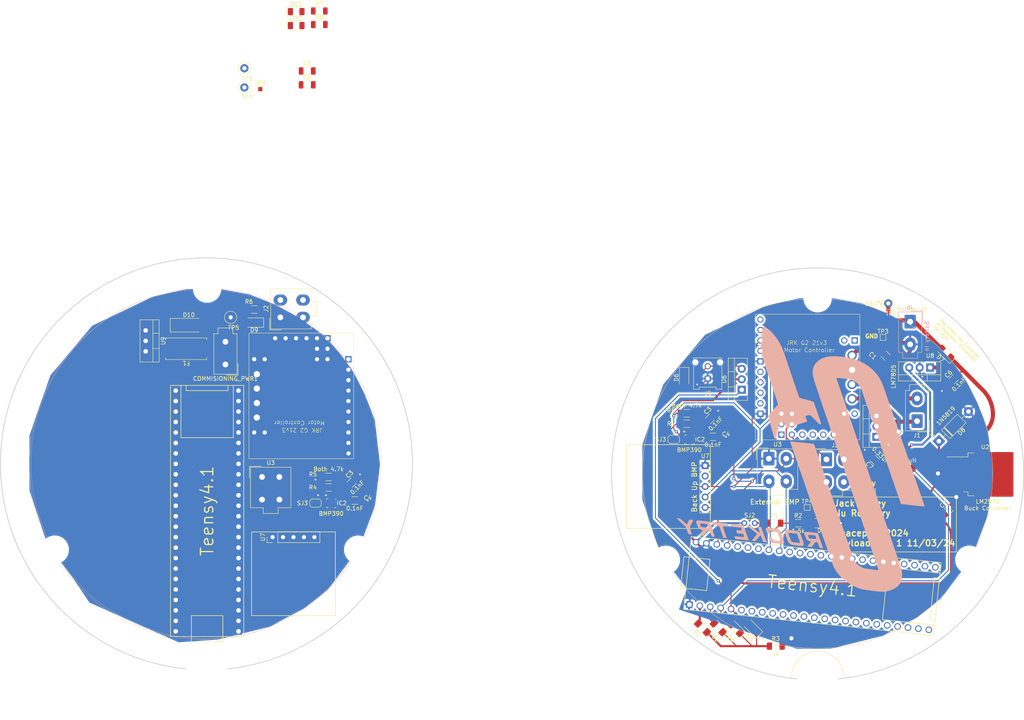
<source format=kicad_pcb>
(kicad_pcb (version 20221018) (generator pcbnew)
  (layers (0 "F.Cu" signal) (31 "B.Cu" signal) (34 "B.Paste" user) (35 "F.Paste" user) (36 "B.SilkS" user "B.Silkscreen") (37 "F.SilkS" user "F.Silkscreen") (38 "B.Mask" user) (39 "F.Mask" user) (44 "Edge.Cuts" user))
  (net 0 "")
  (net 1 "GND")
  (net 2 "+5V")
  (net 3 "Net-(D1-K)")
  (net 4 "Net-(D5-A)")
  (net 5 "Net-(D8-K)")
  (net 6 "Net-(J1-Pin_1)")
  (net 7 "Net-(U1-23_A9_CRX1_MCLK1)")
  (net 43 "Net-(R1-Pad1)")
  (net 54 "Net-(U4-POT)")
  (net 55 "Net-(U4-FBA)")
  (net 56 "Net-(U4-AUX)")
  (net 59 "Net-(J1-Pin_2)")
  (net 60 "Net-(U4-OUTA)")
  (net 61 "/VDDIO")
  (net 62 "/3.3V")
  (net 63 "/SCK{slash}SCL")
  (net 64 "/SDI{slash}SDA")
  (net 65 "Net-(IC2-SDO)")
  (net 69 "/0")
  (net 70 "/1")
  (net 71 "/2")
  (net 72 "/3")
  (net 73 "/12V RAW")
  (net 74 "Net-(D6-K)")
  (net 75 "/12V PROTECTED")
  (net 76 "5V")
  (net 77 "12V_PROT")
  (net 78 "12V_RAW")
  (net 79 "Net-(D9-K)")
  (net 80 "Net-(D10-K)")
  (net 81 "Net-(D11-K)")
  (net 82 "Net-(D12-K)")
  (footprint "NU Teams Footprints:Fuseholder_Littelfuse_Nano2_154x" (layer "F.Cu") (at 74.305 50.8 180)
    (fp_text reference "F1")
    (fp_text value "SMDFuse")
  )
  (footprint "Jumper:SolderJumper-2_P1.3mm_Open_RoundedPad1.0x1.5mm" (layer "F.Cu") (at 105.68 88.265 180)
    (fp_text reference "SJ3")
    (fp_text value "SOLDERJUMPER")
  )
  (footprint "Package_LGA:ST_HLGA-10_2x2mm_P0.5mm_LayoutBorder3x2y" (layer "F.Cu") (at 196.425 72.81 -90)
    (fp_text reference "IC2")
    (fp_text value "BMP390")
  )
  (footprint "" (layer "F.Cu") (at 190.71 102.02)
    (fp_text reference "")
    (fp_text value "")
  )
  (footprint "teensy:Teensy41" (layer "F.Cu") (at 226.27 108.37 -6)
    (fp_text reference "U1" hide)
    (fp_text value "Teensy4.1")
  )
  (footprint "Diode_SMD:D_1206_3216Metric_Pad1.42x1.75mm_HandSolder" (layer "F.Cu") (at 195.155 57.7875 -90)
    (fp_text reference "D6")
    (fp_text value "D")
  )
  (footprint "Package_TO_SOT_THT:TO-220-3_Vertical" (layer "F.Cu") (at 64.46 46.355 -90)
    (fp_text reference "U9")
    (fp_text value "LM7805_TO220")
  )
  (footprint "Connector_PinHeader_2.54mm:PinHeader_1x05_P2.54mm_Vertical" (layer "F.Cu") (at 200.235 79.16)
    (fp_text reference "U7")
    (fp_text value "BMP280_Backup")
  )
  (footprint "LED_SMD:LED_1206_3216Metric" (layer "F.Cu") (at 100.99 -27.63)
    (fp_text reference "D12")
    (fp_text value "5V")
  )
  (footprint "TestPoint:TestPoint_2Pads_Pitch2.54mm_Drill0.8mm" (layer "F.Cu") (at 212.28 93.13 180)
    (fp_text reference "SJ2")
    (fp_text value "SOLDERJUMPER")
  )
  (footprint "Inductor_SMD:L_1206_3216Metric_Pad1.42x1.75mm_HandSolder" (layer "F.Cu") (at 249.13 79.795 180)
    (fp_text reference "L1")
    (fp_text value "330 uH")
  )
  (footprint "Capacitor_SMD:C_1206_3216Metric" (layer "F.Cu") (at 103.66 -13.26)
    (fp_text reference "C8")
    (fp_text value "0.1uF")
  )
  (footprint "Connector_Molex:Molex_Mini-Fit_Jr_5566-02A_2x01_P4.20mm_Vertical" (layer "F.Cu") (at 83.82 54.61 180)
    (fp_text reference "COMMISIONING_PWR1")
    (fp_text value "COMMISIONING_PWR")
  )
  (footprint "MountingHole:MountingHole_6.4mm_M6" (layer "F.Cu") (at 227.54 38.52)
    (fp_text reference "REF**" hide)
    (fp_text value "MountingHole_6.4mm_M6")
  )
  (footprint "SPAC:JRK21V3" (layer "F.Cu") (at 114.935 46.99 180)
    (fp_text reference "U4" hide)
    (fp_text value "Motor_Controller")
  )
  (footprint "Jumper:SolderJumper-2_P1.3mm_Open_RoundedPad1.0x1.5mm" (layer "F.Cu") (at 192.615 72.81 180)
    (fp_text reference "SJ3")
    (fp_text value "SOLDERJUMPER")
  )
  (footprint "LED_SMD:LED_1206_3216Metric" (layer "F.Cu") (at 100.99 -31.02)
    (fp_text reference "D11")
    (fp_text value "12V_PROT")
  )
  (footprint "Resistor_SMD:R_1206_3216Metric" (layer "F.Cu") (at 106.6 -27.88)
    (fp_text reference "R8")
    (fp_text value "500")
  )
  (footprint "" (layer "F.Cu") (at 264.37 102.02)
    (fp_text reference "")
    (fp_text value "")
  )
  (footprint "TestPoint:TestPoint_Pad_1.0x1.0mm" (layer "F.Cu") (at 243.415 48.045)
    (fp_text reference "TP3")
    (fp_text value "GND TestPoint")
  )
  (footprint "LED_SMD:LED_1206_3216Metric" (layer "F.Cu") (at 90.805 44.45 180)
    (fp_text reference "D9")
    (fp_text value "12V_RAW")
  )
  (footprint "Diode_SMD:D_1206_3216Metric_Pad1.42x1.75mm_HandSolder" (layer "F.Cu") (at 199.6 118.53 135)
    (fp_text reference "D1")
    (fp_text value "LED")
  )
  (footprint "Capacitor_SMD:C_1206_3216Metric_Pad1.33x1.80mm_HandSolder" (layer "F.Cu") (at 241.411377 77.791377 135)
    (fp_text reference "C7")
    (fp_text value "330 uF")
  )
  (footprint "TestPoint:TestPoint_Loop_D1.80mm_Drill1.0mm_Beaded" (layer "F.Cu") (at 88.42 -12.62)
    (fp_text reference "TP7")
    (fp_text value "5V")
  )
  (footprint "Resistor_SMD:R_1206_3216Metric_Pad1.30x1.75mm_HandSolder" (layer "F.Cu") (at 217.38 122.975)
    (fp_text reference "R3")
    (fp_text value "1K")
  )
  (footprint "Diode_SMD:D_1206_3216Metric_Pad1.42x1.75mm_HandSolder" (layer "F.Cu") (at 207.636821 118.748179 135)
    (fp_text reference "D3")
    (fp_text value "Motor")
  )
  (footprint "TestPoint:TestPoint_Pad_1.0x1.0mm" (layer "F.Cu") (at 240.875 85.51)
    (fp_text reference "TP2")
    (fp_text value "5V TestPoint")
  )
  (footprint "Resistor_SMD:R_1206_3216Metric" (layer "F.Cu") (at 106.6 -31.17)
    (fp_text reference "R7")
    (fp_text value "1K")
  )
  (footprint "Connector_Molex:Molex_Mini-Fit_Jr_5566-04A_2x02_P4.20mm_Vertical" (layer "F.Cu") (at 215.72 77.47)
    (fp_text reference "U3")
    (fp_text value "BMP280_2")
  )
  (footprint "Connector_Molex:Molex_Mini-Fit_Jr_5566-04A_2x02_P4.20mm_Vertical" (layer "F.Cu") (at 92.71 81.915)
    (fp_text reference "U3")
    (fp_text value "BMP280_2")
  )
  (footprint "Package_LGA:ST_HLGA-10_2x2mm_P0.5mm_LayoutBorder3x2y" (layer "F.Cu") (at 109.49 88.265 -90)
    (fp_text reference "IC2")
    (fp_text value "BMP390")
  )
  (footprint "Diode_SMD:D_1206_3216Metric_Pad1.42x1.75mm_HandSolder" (layer "F.Cu") (at 203.41 118.53 135)
    (fp_text reference "D2")
    (fp_text value "LED")
  )
  (footprint "Connector_Molex:Molex_Mini-Fit_Jr_5566-02A_2x01_P4.20mm_Vertical" (layer "F.Cu") (at 251.67 68.3638 180)
    (fp_text reference "J1")
    (fp_text value "Actuators")
  )
  (footprint "TestPoint:TestPoint_Loop_D1.80mm_Drill1.0mm_Beaded" (layer "F.Cu") (at 85.09 43.18)
    (fp_text reference "TP5")
    (fp_text value "12V_RAW")
  )
  (footprint "Diode_SMD:D_SMA_Handsoldering" (layer "F.Cu") (at 74.93 45.085)
    (fp_text reference "D10")
    (fp_text value "TWGMC-SS34")
  )
  (footprint "SPAC:JRK21V3" (layer "F.Cu") (at 212.4 72.9132)
    (fp_text reference "U4" hide)
    (fp_text value "Motor_Controller")
  )
  (footprint "Package_TO_SOT_THT:TO-220-3_Vertical" (layer "F.Cu") (at 254.845 55.355 180)
    (fp_text reference "U8")
    (fp_text value "LM7805_TO220")
  )
  (footprint "Diode_SMD:D_1206_3216Metric_Pad1.42x1.75mm_HandSolder" (layer "F.Cu") (at 211.665 118.53 135)
    (fp_text reference "D4")
    (fp_text value "Valve")
  )
  (footprint "Diode_SMD:D_1206_3216Metric_Pad1.42x1.75mm_HandSolder" (layer "F.Cu") (at 258.655 51.855 135)
    (fp_text reference "D7")
    (fp_text value "D")
  )
  (footprint "Resistor_SMD:R_1206_3216Metric_Pad1.30x1.75mm_HandSolder" (layer "F.Cu") (at 222.825 93.13)
    (fp_text reference locked "R2")
    (fp_text value "1.5k")
  )
  (footprint "Connector_Molex:Molex_Mini-Fit_Jr_5566-04A_2x02_P4.20mm_Vertical" (layer "F.Cu") (at 229.69 77.6478)
    (fp_text reference "J2")
    (fp_text value "Feedback")
  )
  (footprint "Connector_Molex:Molex_Micro-Fit_3.0_43045-0212_2x01_P3.00mm_Vertical" (layer "F.Cu") (at 200.87 58.03 180)
    (fp_text reference "J5")
    (fp_text value "Solenoid")
  )
  (footprint "Capacitor_SMD:C_1206_3216Metric_Pad1.33x1.80mm_HandSolder" (layer "F.Cu") (at 260.56 58.205 -135)
    (fp_text reference "C6")
    (fp_text value "100 uF")
  )
  (footprint "TestPoint:TestPoint_Pad_1.0x1.0mm" (layer "F.Cu") (at 225 89.32)
    (fp_text reference "TP4")
    (fp_text value "3V TestPoint")
  )
  (footprint "Resistor_SMD:R_1206_3216Metric_Pad1.30x1.75mm_HandSolder" (layer "F.Cu") (at 195.79 69)
    (fp_text reference "R4")
    (fp_text value "4.7k")
  )
  (footprint "Connector_Molex:Molex_Mini-Fit_Jr_5566-04A_2x02_P4.20mm_Vertical" (layer "F.Cu") (at 97.155 43.18 90)
    (fp_text reference "J2")
    (fp_text value "Feedback")
  )
  (footprint "MountingHole:MountingHole_6.4mm_M6" (layer "F.Cu") (at 79.375 36.195)
    (fp_text reference "REF**" hide)
    (fp_text value "MountingHole_6.4mm_M6")
  )
  (footprint "teensy:Teensy41" (layer "F.Cu") (at 79.375 90.17 90)
    (fp_text reference "U1" hide)
    (fp_text value "Teensy4.1")
  )
  (footprint "" (layer "F.Cu") (at 42.38 99.575)
    (fp_text reference "")
    (fp_text value "")
  )
  (footprint "Package_TO_SOT_SMD:TO-263-5_TabPin3" (layer "F.Cu") (at 268.845 81.29)
    (fp_text reference "U2")
    (fp_text value "Buck Converter")
  )
  (footprint "TestPoint:TestPoint_Loop_D1.80mm_Drill1.0mm_Beaded" (layer "F.Cu") (at 88.42 -17.27)
    (fp_text reference "TP6")
    (fp_text value "12V_PROT")
  )
  (footprint "Diode_THT:D_DO-41_SOD81_P10.16mm_Horizontal" (layer "F.Cu") (at 256.967898 73.227103 45)
    (fp_text reference "D8")
    (fp_text value "1N5819")
  )
  (footprint "Resistor_SMD:R_1206_3216Metric" (layer "F.Cu") (at 90.805 41.275 180)
    (fp_text reference "R6")
    (fp_text value "1K")
  )
  (footprint "Connector_PinHeader_2.54mm:PinHeader_1x05_P2.54mm_Vertical" (layer "F.Cu") (at 95.255 96.52 90)
    (fp_text reference "U7")
    (fp_text value "BMP280_Backup")
  )
  (footprint "Resistor_SMD:R_1206_3216Metric_Pad1.30x1.75mm_HandSolder" (layer "F.Cu") (at 195.79 66.46)
    (fp_text reference "R5")
    (fp_text value "4.7k")
  )
  (footprint "Resistor_SMD:R_1206_3216Metric_Pad1.30x1.75mm_HandSolder" (layer "F.Cu") (at 217.015 93.13)
    (fp_text reference locked "R1")
    (fp_text value "1k")
  )
  (footprint "Capacitor_SMD:C_1206_3216Metric_Pad1.33x1.80mm_HandSolder" (layer "F.Cu") (at 259.388623 89.856377 45)
    (fp_text reference "C2")
    (fp_text value "C")
  )
  (footprint "Capacitor_SMD:C_1206_3216Metric_Pad1.33x1.80mm_HandSolder" (layer "F.Cu") (at 244.05 52.49 -45)
    (fp_text reference "C1")
    (fp_text value "C")
  )
  (footprint "Resistor_SMD:R_1206_3216Metric_Pad1.30x1.75mm_HandSolder" (layer "F.Cu") (at 108.855 81.915)
    (fp_text reference "R5")
    (fp_text value "4.7k")
  )
  (footprint "Capacitor_SMD:C_1206_3216Metric_Pad1.33x1.80mm_HandSolder" (layer "F.Cu") (at 115.205 87.63)
    (fp_text reference "C4")
    (fp_text value "0.1nF")
  )
  (footprint "Capacitor_SMD:C_1206_3216Metric_Pad1.33x1.80mm_HandSolder" (layer "F.Cu") (at 202.14 72.175)
    (fp_text reference "C4")
    (fp_text value "0.1nF")
  )
  (footprint "Capacitor_SMD:C_1206_3216Metric" (layer "F.Cu") (at 103.66 -16.61)
    (fp_text reference "C5")
    (fp_text value "0.1uF")
  )
  (footprint "Package_TO_SOT_THT:TO-220-3_Vertical" (layer "F.Cu") (at 241.82 72.175 90)
    (fp_text reference "U5")
    (fp_text value "Mosfet Motor")
  )
  (footprint "Capacitor_SMD:C_1206_3216Metric_Pad1.33x1.80mm_HandSolder" (layer "F.Cu") (at 201.406377 67.828623 -135)
    (fp_text reference "C3")
    (fp_text value "0.1nF")
  )
  (footprint "Package_TO_SOT_THT:TO-220-3_Vertical" (layer "F.Cu") (at 209.125 60.745 90)
    (fp_text reference "U6")
    (fp_text value "Valve Mosfet")
  )
  (footprint "" (layer "F.Cu") (at 79.21 128.15)
    (fp_text reference "")
    (fp_text value "")
  )
  (footprint "MountingHole:MountingHole_8.4mm_M8" (layer "F.Cu") (at 227.54 130.595)
    (fp_text reference "REF**" hide)
    (fp_text value "MountingHole_8.4mm_M8")
  )
  (footprint "Diode_SMD:D_1206_3216Metric_Pad1.42x1.75mm_HandSolder" (layer "F.Cu") (at 228.42 93.13 180)
    (fp_text reference "D5")
    (fp_text value "LED")
  )
  (footprint "Resistor_SMD:R_1206_3216Metric_Pad1.30x1.75mm_HandSolder" (layer "F.Cu") (at 108.855 84.455)
    (fp_text reference "R4")
    (fp_text value "4.7k")
  )
  (footprint "" (layer "F.Cu") (at 116.04 99.575)
    (fp_text reference "")
    (fp_text value "")
  )
  (footprint "TestPoint:TestPoint_Loop_D1.80mm_Drill1.0mm_Beaded" (layer "F.Cu") (at 244.685 39.79)
    (fp_text reference "TP1")
    (fp_text value "12V TestPoint")
  )
  (footprint "Capacitor_SMD:C_1206_3216Metric_Pad1.33x1.80mm_HandSolder" (layer "F.Cu") (at 114.471377 83.283623 -135)
    (fp_text reference "C3")
    (fp_text value "0.1nF")
  )
  (footprint "TestPoint:TestPoint_Pad_1.0x1.0mm" (layer "F.Cu") (at 92.27 -12.21)
    (fp_text reference "TP3")
    (fp_text value "GND TestPoint")
  )
  (footprint "Connector_Molex:Molex_Mini-Fit_Jr_5566-02A_2x01_P4.20mm_Vertical" (layer "B.Cu") (at 249.9936 44.235 180)
    (fp_text reference "J6")
    (fp_text value "Battery In")
  )
  (footprint "LOGO" (layer "B.Cu") (at 225.635 77.255 174)
    (fp_text reference "G***" hide)
    (fp_text value "LOGO" hide)
  )
  (gr_circle (center 227.4638 81.0904) (end 269.9638 81.0904) (stroke (width 0.05)) (fill none) (layer "B.SilkS"))
  (gr_circle (center 78.724962 78.874192) (end 121.224962 78.874192) (stroke (width 0.05)) (fill none) (layer "B.SilkS"))
  (gr_circle (center 79.1338 78.6454) (end 121.6338 78.6454) (stroke (width 0.05)) (fill none) (layer "B.SilkS"))
  (gr_arc (start 221.19 130.595) (mid 227.54 124.245) (end 233.89 130.595) (stroke (width 0.15)) (layer "F.SilkS"))
  (gr_line (start 181.185 74.08) (end 181.185 94.4) (stroke (width 0.15)) (layer "F.SilkS"))
  (gr_line (start 181.185 94.4) (end 201.505 94.4) (stroke (width 0.15)) (layer "F.SilkS"))
  (gr_line (start 90.175 115.57) (end 110.495 115.57) (stroke (width 0.15)) (layer "F.SilkS"))
  (gr_line (start 110.495 95.25) (end 100.335 95.25) (stroke (width 0.15)) (layer "F.SilkS"))
  (gr_line (start 110.495 115.57) (end 110.495 95.25) (stroke (width 0.15)) (layer "F.SilkS"))
  (gr_line (start 201.505 84.24) (end 201.505 74.08) (stroke (width 0.15)) (layer "F.SilkS"))
  (gr_line (start 100.335 95.25) (end 90.175 95.25) (stroke (width 0.15)) (layer "F.SilkS"))
  (gr_circle (center 227.54 81.065) (end 270.04 81.065) (stroke (width 0.05)) (fill none) (layer "F.SilkS"))
  (gr_rect (start 230.715 86.78) (end 261.195 100.115) (stroke (width 0.15)) (fill none) (layer "F.SilkS"))
  (gr_line (start 201.505 94.4) (end 201.505 84.24) (stroke (width 0.15)) (layer "F.SilkS"))
  (gr_line (start 201.505 74.08) (end 181.185 74.08) (stroke (width 0.15)) (layer "F.SilkS"))
  (gr_line (start 90.175 95.25) (end 90.175 115.57) (stroke (width 0.15)) (layer "F.SilkS"))
  (gr_circle (center 79.21 78.74) (end 129.21 78.74) (stroke (width 0.2)) (fill none) (layer "Edge.Cuts"))
  (gr_circle (center 227.54 81.185) (end 277.54 81.185) (stroke (width 0.2)) (fill none) (layer "Edge.Cuts"))
  (gr_text "1.5k" (at 222.825 95.035) (layer "F.SilkS") (effects (font (size 1 1))))
  (gr_text "LM7805" (at 245.955 57.57 90) (layer "F.SilkS") (effects (font (size 1 1))))
  (gr_text "Back Up BMP\n" (at 198.33 90.59 90) (layer "F.SilkS") (effects (font (size 1.2 1.2) (thickness 0.2) bold) (justify left bottom)))
  (gr_text "1k" (at 217.015 95.035) (layer "F.SilkS") (effects (font (size 1 1))))
  (gr_text "5V" (at 239.605 84.24) (layer "F.SilkS") (effects (font (size 1 1) (thickness 0.25) bold) (justify left bottom)))
  (gr_text "1N5819" (at 258.655 67.095 45) (layer "F.SilkS") (effects (font (size 1 1))))
  (gr_text "Use Either the Converter\nor Regulator. Disconnect \nthe other" (at 255.48 45.505 -45) (layer "F.SilkS") (effects (font (size 0.7 0.7)) (justify left bottom)))
  (gr_text "Battery In" (at 246.59 41.695) (layer "F.SilkS") (effects (font (size 1 1)) (justify left bottom)))
  (gr_text "GND\n\n" (at 238.97 49.95) (layer "F.SilkS") (effects (font (size 1 1) (thickness 0.25) bold) (justify left bottom)))
  (gr_text "BMP390" (at 109.49 90.805) (layer "F.SilkS") (effects (font (size 1 1))))
  (gr_text "Jack Fahey\nNu Rocketry\n\nSpaceport 2024 \nPayload Rev 1 11/03/24" (at 231.35 98.845) (layer "F.SilkS") (effects (font (size 1.5 1.5) (thickness 0.3) bold) (justify left bottom)))
  (gr_text "0.1nF" (at 115.84 84.455 45) (layer "F.SilkS") (effects (font (size 1 1))))
  (gr_text "BMP390" (at 196.425 75.35) (layer "F.SilkS") (effects (font (size 1 1))))
  (gr_text "0.1nF" (at 261.83 59.475 45) (layer "F.SilkS") (effects (font (size 1 1))))
  (gr_text "0.33uF" (at 242.78 76.62 315) (layer "F.SilkS") (effects (font (size 1 1))))
  (gr_text "LM2575\nBuck Converter" (at 268.815 88.685) (layer "F.SilkS") (effects (font (size 1 1))))
  (gr_text "External BMP" (at 211.03 88.685) (layer "F.SilkS") (effects (font (size 1.2 1.2) (thickness 0.2) bold) (justify left bottom)))
  (gr_text "Both 4.7k" (at 108.855 80.01) (layer "F.SilkS") (effects (font (size 1 1))))
  (gr_text "0.1nF" (at 202.14 74.08) (layer "F.SilkS") (effects (font (size 1 1))))
  (gr_text "330uH" (at 249.13 77.89) (layer "F.SilkS") (effects (font (size 1 1))))
  (gr_text "0.1nF" (at 202.775 69 45) (layer "F.SilkS") (effects (font (size 1 1))))
  (gr_text "1k" (at 217.38 124.88) (layer "F.SilkS") (effects (font (size 1 1))))
  (gr_text "0.1nF" (at 115.205 89.535) (layer "F.SilkS") (effects (font (size 1 1))))
  (gr_text "3.3V\n" (at 226.27 89.955) (layer "F.SilkS") (effects (font (size 1 1) (thickness 0.25) bold) (justify left bottom)))
  (gr_text "14.7V" (at 238.97 40.425) (layer "F.SilkS") (effects (font (size 1 1) (thickness 0.25) bold) (justify left bottom)))
  (gr_text "Both 4.7k" (at 195.79 64.555) (layer "F.SilkS") (effects (font (size 1 1))))
  (segment (start 198.53 59.275) (end 199.625 59.275) (width 0.25) (layer "F.Cu") (net 1))
  (segment (start 198.33 59.475) (end 198.53 59.275) (width 0.25) (layer "F.Cu") (net 1))
  (segment (start 246.04289 54.48289) (end 244.783623 53.223623) (width 0.5) (layer "F.Cu") (net 1))
  (segment (start 203.1775 72.175) (end 205.315 72.175) (width 0.25) (layer "F.Cu") (net 1))
  (segment (start 108.22 86.36) (end 108.7275 86.8675) (width 0.25) (layer "F.Cu") (net 1))
  (segment (start 229.445 93.13) (end 233.255 93.13) (width 0.25) (layer "F.Cu") (net 1))
  (segment (start 240.437246 76.817246) (end 238.97 75.35) (width 0.5) (layer "F.Cu") (net 1))
  (segment (start 195.155 70.905) (end 195.6625 71.4125) (width 0.25) (layer "F.Cu") (net 1))
  (segment (start 203.41 65.825) (end 202.14 67.095) (width 0.25) (layer "F.Cu") (net 1))
  (segment (start 257.7025 61.0625) (end 259.6075 59.1575) (width 0.5) (layer "F.Cu") (net 1))
  (segment (start 261.195 88.05) (end 261.195 86.78) (width 0.25) (layer "F.Cu") (net 1))
  (segment (start 108.22 87.63) (end 108.5925 87.63) (width 0.1) (layer "F.Cu") (net 1))
  (segment (start 108.7275 86.8675) (end 108.7275 87.765) (width 0.25) (layer "F.Cu") (net 1))
  (segment (start 195.6625 71.4125) (end 195.6625 72.31) (width 0.25) (layer "F.Cu") (net 1))
  (segment (start 195.5275 72.175) (end 195.6625 72.31) (width 0.1) (layer "F.Cu") (net 1))
  (segment (start 260.122246 89.122754) (end 261.195 88.05) (width 0.25) (layer "F.Cu") (net 1))
  (segment (start 243.826436 55.9206) (end 235.895 55.9206) (width 1) (layer "F.Cu") (net 1))
  (segment (start 199.625 59.275) (end 200.87 58.03) (width 0.25) (layer "F.Cu") (net 1))
  (segment (start 198.13 59.275) (end 198.33 59.475) (width 0.25) (layer "F.Cu") (net 1))
  (segment (start 261.195 86.78) (end 261.195 84.69) (width 0.5) (layer "F.Cu") (net 1))
  (segment (start 219.285 122.975) (end 221.19 121.07) (width 0.5) (layer "F.Cu") (net 1))
  (segment (start 197.695 72.81) (end 197.1875 72.81) (width 0.1) (layer "F.Cu") (net 1))
  (segment (start 116.2425 87.63) (end 118.38 87.63) (width 0.25) (layer "F.Cu") (net 1))
  (segment (start 110.76 88.265) (end 110.2525 88.265) (width 0.1) (layer "F.Cu") (net 1))
  (segment (start 252.305 56.935) (end 252.94 57.57) (width 0.5) (layer "F.Cu") (net 1))
  (segment (start 110.2525 88.265) (end 110.2525 88.765) (width 0.25) (layer "F.Cu") (net 1))
  (segment (start 249.073866 52.927133) (end 247.674192 54.326806) (width 1) (layer "F.Cu") (net 1))
  (segment (start 195.155 72.175) (end 195.5275 72.175) (width 0.1) (layer "F.Cu") (net 1))
  (segment (start 252.305 55.355) (end 252.305 56.935) (width 0.5) (layer "F.Cu") (net 1))
  (segment (start 195.155 59.275) (end 198.13 59.275) (width 0.25) (layer "F.Cu") (net 1))
  (segment (start 116.475 81.28) (end 115.205 82.55) (width 0.25) (layer "F.Cu") (net 1))
  (segment (start 244.776 49.406) (end 243.415 48.045) (width 1) (layer "F.Cu") (net 1))
  (segment (start 249.9936 49.406) (end 244.776 49.406) (width 1) (layer "F.Cu") (net 1))
  (segment (start 249.9936 49.406) (end 249.9936 50.7067) (width 1) (layer "F.Cu") (net 1))
  (segment (start 197.1875 72.81) (end 197.1875 73.31) (width 0.25) (layer "F.Cu") (net 1))
  (segment (start 256.975 81.29) (end 261.195 81.29) (width 0.5) (layer "F.Cu") (net 1))
  (segment (start 108.5925 87.63) (end 108.7275 87.765) (width 0.1) (layer "F.Cu") (net 1))
  (segment (start 256.75 81.065) (end 256.975 81.29) (width 0.25) (layer "F.Cu") (net 1))
  (via (at 198.33 59.475) (size 0.8) (drill 0.4) (layers "F.Cu" "B.Cu") (net 1))
  (via (at 203.41 65.825) (size 0.8) (drill 0.4) (layers "F.Cu" "B.Cu") (net 1))
  (via (at 238.97 75.35) (size 0.8) (drill 0.4) (layers "F.Cu" "B.Cu") (net 1))
  (via (at 197.695 72.81) (size 0.2) (drill 0.1) (layers "F.Cu" "B.Cu") (net 1))
  (via (at 118.38 87.63) (size 0.8) (drill 0.4) (layers "F.Cu" "B.Cu") (net 1))
  (via (at 233.255 93.13) (size 0.8) (drill 0.4) (layers "F.Cu" "B.Cu") (net 1))
  (via (at 195.155 72.175) (size 0.2) (drill 0.1) (layers "F.Cu" "B.Cu") (net 1))
  (via (at 116.475 81.28) (size 0.8) (drill 0.4) (layers "F.Cu" "B.Cu") (net 1))
  (via (at 195.155 70.905) (size 0.8) (drill 0.4) (layers "F.Cu" "B.Cu") (net 1))
  (via (at 256.75 81.065) (size 1.5) (drill 1) (layers "F.Cu" "B.Cu") (net 1))
  (via (at 108.22 86.36) (size 0.8) (drill 0.4) (layers "F.Cu" "B.Cu") (net 1))
  (via (at 261.195 86.78) (size 1.5) (drill 1) (layers "F.Cu" "B.Cu") (net 1))
  (via (at 110.76 88.265) (size 0.2) (drill 0.1) (layers "F.Cu" "B.Cu") (net 1))
  (via (at 108.22 87.63) (size 0.2) (drill 0.1) (layers "F.Cu" "B.Cu") (net 1))
  (via (at 257.7025 61.0625) (size 0.8) (drill 0.4) (layers "F.Cu" "B.Cu") (net 1))
  (via (at 252.94 57.57) (size 0.8) (drill 0.4) (layers "F.Cu" "B.Cu") (net 1))
  (via (at 205.315 72.175) (size 0.8) (drill 0.4) (layers "F.Cu" "B.Cu") (net 1))
  (via (at 221.19 121.07) (size 2) (drill 1) (layers "F.Cu" "B.Cu") (net 1))
  (arc (start 247.674192 54.326806) (mid 245.908826 55.506386) (end 243.826436 55.9206) (width 1) (layer "F.Cu") (net 1))
  (arc (start 249.9936 50.7067) (mid 249.754568 51.908389) (end 249.073866 52.927133) (width 1) (layer "F.Cu") (net 1))
  (arc (start 246.04289 54.48289) (mid 246.209049 54.731565) (end 246.267397 55.024897) (width 0.5) (layer "F.Cu") (net 1))
  (segment (start 113.3 88.9) (end 114.57 88.9) (width 0.25) (layer "B.Cu") (net 1))
  (segment (start 108.855 88.265) (end 108.22 87.63) (width 0.1) (layer "B.Cu") (net 1))
  (segment (start 200.235 73.445) (end 201.505 73.445) (width 0.25) (layer "B.Cu") (net 1))
  (segment (start 108.22 86.36) (end 110.76 86.36) (width 0.25) (layer "B.Cu") (net 1))
  (segment (start 195.155 70.905) (end 197.695 70.905) (width 0.25) (layer "B.Cu") (net 1))
  (segment (start 110.76 88.265) (end 108.855 88.265) (width 0.1) (layer "B.Cu") (net 1))
  (segment (start 197.695 70.905) (end 200.235 73.445) (width 0.25) (layer "B.Cu") (net 1))
  (segment (start 195.79 72.81) (end 195.155 72.175) (width 0.1) (layer "B.Cu") (net 1))
  (segment (start 197.695 72.81) (end 195.79 72.81) (width 0.1) (layer "B.Cu") (net 1))
  (segment (start 114.57 88.9) (end 115.84 87.63) (width 0.25) (layer "B.Cu") (net 1))
  (segment (start 110.76 86.36) (end 113.3 88.9) (width 0.25) (layer "B.Cu") (net 1))
  (segment (start 201.505 73.445) (end 202.775 72.175) (width 0.25) (layer "B.Cu") (net 1))
  (segment (start 256.911896 91.386896) (end 256.438792 90.913792) (width 0.5) (layer "F.Cu") (net 2))
  (segment (start 251.560694 90.338668) (end 243.945312 82.723286) (width 0.5) (layer "F.Cu") (net 2))
  (segment (start 210.267018 107.735) (end 257.925001 107.735) (width 0.5) (layer "F.Cu") (net 2))
  (segment (start 189.44 68.365) (end 189.44 89.161945) (width 0.5) (layer "F.Cu") (net 2))
  (segment (start 256.715929 91.86) (end 255.233513 91.86) (width 0.5) (layer "F.Cu") (net 2))
  (segment (start 257.385 91.86) (end 258.655 90.59) (width 0.5) (layer "F.Cu") (net 2))
  (segment (start 245.32 79.795) (end 247.6425 79.795) (width 0.5) (layer "F.Cu") (net 2))
  (segment (start 257.858104 92.333104) (end 258.655 93.13) (width 0.5) (layer "F.Cu") (net 2))
  (segment (start 189.44 89.161945) (end 198.016522 97.738467) (width 0.5) (layer "F.Cu") (net 2))
  (segment (start 240.875 84.875) (end 240.875 85.51) (width 0.5) (layer "F.Cu") (net 2))
  (segment (start 207.22 58.205) (end 202.14 63.285) (width 0.5) (layer "F.Cu") (net 2))
  (segment (start 254.845 87.066036) (end 254.845 86.890887) (width 0.5) (layer "F.Cu") (net 2))
  (segment (start 245.32 79.4775) (end 245.32 79.795) (width 0.5) (layer "F.Cu") (net 2))
  (segment (start 259.925 96.196051) (end 259.925 105.735001) (width 0.5) (layer "F.Cu") (net 2))
  (segment (start 243.415 81.442999) (end 243.415 80.693025) (width 0.5) (layer "F.Cu") (net 2))
  (segment (start 245.544506 78.935493) (end 250.4 74.08) (width 0.5) (layer "F.Cu") (net 2))
  (segment (start 258.745887 82.99) (end 261.195 82.99) (width 0.5) (layer "F.Cu") (net 2))
  (segment (start 256.911896 91.386896) (end 257.858104 92.333104) (width 0.5) (layer "F.Cu") (net 2))
  (segment (start 194.52 63.285) (end 202.14 63.285) (width 0.5) (layer "F.Cu") (net 2))
  (segment (start 189.44 68.365) (end 194.52 63.285) (width 0.5) (layer "F.Cu") (net 2))
  (segment (start 206.419262 106.141207) (end 198.016522 97.738467) (width 0.5) (layer "F.Cu") (net 2))
  (segment (start 243.571236 82.178764) (end 240.875 84.875) (width 0.5) (layer "F.Cu") (net 2))
  (segment (start 209.125 58.205) (end 207.22 58.205) (width 0.5) (layer "F.Cu") (net 2))
  (segment (start 244.313025 79.795) (end 245.32 79.795) (width 0.5) (layer "F.Cu") (net 2))
  (via (at 250.4 74.08) (size 0.8) (drill 0.4) (layers "F.Cu" "B.Cu") (net 2))
  (arc (start 242.78 79.16) (mid 243.483357 79.629968) (end 244.313025 79.795) (width 0.5) (layer "F.Cu") (net 2))
  (arc (start 258.655 93.13) (mid 259.594937 94.536716) (end 259.925 96.196051) (width 0.5) (layer "F.Cu") (net 2))
  (arc (start 256.715929 91.86) (mid 256.971971 91.688918) (end 256.911896 91.386896) (width 0.5) (layer "F.Cu") (net 2))
  (arc (start 258.745887 82.99) (mid 255.987543 84.132543) (end 254.845 86.890887) (width 0.5) (layer "F.Cu") (net 2))
  (arc (start 257.858104 92.333104) (mid 257.334069 91.982955) (end 256.715929 91.86) (width 0.5) (layer "F.Cu") (net 2))
  (arc (start 259.925 105.735001) (mid 259.339213 107.149213) (end 257.925001 107.735) (width 0.5) (layer "F.Cu") (net 2))
  (arc (start 245.544506 78.935493) (mid 245.378347 79.184168) (end 245.32 79.4775) (width 0.5) (layer "F.Cu") (net 2))
  (arc (start 243.415 80.693025) (mid 243.678025 80.058025) (end 244.313025 79.795) (width 0.5) (layer "F.Cu") (net 2))
  (arc (start 206.419262 106.141207) (mid 208.184627 107.320786) (end 210.267018 107.735) (width 0.5) (layer "F.Cu") (net 2))
  (arc (start 243.415 81.442999) (mid 243.552823 82.135885) (end 243.945312 82.723286) (width 0.5) (layer "F.Cu") (net 2))
  (arc (start 251.560694 90.338668) (mid 253.245797 91.464618) (end 255.233513 91.86) (width 0.5) (layer "F.Cu") (net 2))
  (arc (start 256.438792 90.913792) (mid 255.259213 89.148426) (end 254.845 87.066036) (width 0.5) (layer "F.Cu") (net 2))
  (arc (start 243.415 80.693025) (mid 243.249968 79.863357) (end 242.78 79.16) (width 0.5) (layer "F.Cu") (net 2))
  (segment (start 254.845 72.175) (end 254.845 61.38) (width 0.5) (layer "B.Cu") (net 2))
  (segment (start 202.624989 93.13) (end 198.016522 97.738467) (width 0.5) (layer "B.Cu") (net 2))
  (segment (start 209.74 93.13) (end 202.624989 93.13) (width 0.5) (layer "B.Cu") (net 2))
  (segment (start 249.765 56.3) (end 249.765 55.355) (width 0.25) (layer "B.Cu") (net 2))
  (segment (start 252.94 74.08) (end 254.845 72.175) (width 0.5) (layer "B.Cu") (net 2))
  (segment (start 250.4 74.08) (end 252.94 74.08) (width 0.5) (layer "B.Cu") (net 2))
  (segment (start 254.845 61.38) (end 249.765 56.3) (width 0.5) (layer "B.Cu") (net 2))
  (segment (start 207.855 122.975) (end 204.045 122.975) (width 0.5) (layer "F.Cu") (net 3))
  (segment (start 208.688642 119.998642) (end 211.665 122.975) (width 0.25) (layer "F.Cu") (net 3))
  (segment (start 212.716821 122.756821) (end 212.935 122.975) (width 0.25) (layer "F.Cu") (net 3))
  (segment (start 211.665 122.975) (end 211.03 122.975) (width 0.5) (layer "F.Cu") (net 3))
  (segment (start 212.716821 119.581821) (end 212.716821 122.756821) (width 0.25) (layer "F.Cu") (net 3))
  (segment (start 204.134784 119.254784) (end 207.855 122.975) (width 0.25) (layer "F.Cu") (net 3))
  (segment (start 211.03 122.975) (end 207.855 122.975) (width 0.5) (layer "F.Cu") (net 3))
  (segment (start 204.045 122.975) (end 200.651821 119.581821) (width 0.5) (layer "F.Cu") (net 3))
  (segment (start 212.935 122.975) (end 215.83 122.975) (width 0.5) (layer "F.Cu") (net 3))
  (segment (start 212.935 122.975) (end 211.665 122.975) (width 0.5) (layer "F.Cu") (net 3))
  (segment (start 223.825 93.13) (end 227.395 93.13) (width 0.25) (layer "F.Cu") (net 4))
  (segment (start 256.904077 79.795) (end 260.99 79.795) (width 0.5) (layer "F.Cu") (net 5))
  (segment (start 250.6175 79.795) (end 251.88 79.795) (width 0.25) (layer "F.Cu") (net 5))
  (segment (start 251.88 79.795) (end 256.115 79.795) (width 0.5) (layer "F.Cu") (net 5))
  (segment (start 256.514211 79.795) (end 256.350789 79.795) (width 0.5) (layer "F.Cu") (net 5))
  (segment (start 256.514211 79.795) (end 256.595922 79.795) (width 0.5) (layer "F.Cu") (net 5))
  (segment (start 256.904077 79.795) (end 256.595922 79.795) (width 0.5) (layer "F.Cu") (net 5))
  (segment (start 256.350789 79.795) (end 256.115 79.795) (width 0.5) (layer "F.Cu") (net 5))
  (segment (start 256.967898 79.423024) (end 256.967898 73.227103) (width 0.5) (layer "F.Cu") (net 5))
  (arc (start 256.904077 79.795) (mid 256.845114 79.755602) (end 256.858949 79.686051) (width 0.25) (layer "F.Cu") (net 5))
  (arc (start 256.858949 79.686051) (mid 256.738271 79.766685) (end 256.595922 79.795) (width 0.5) (layer "F.Cu") (net 5))
  (arc (start 256.967898 79.423024) (mid 256.939583 79.565373) (end 256.858949 79.686051) (width 0.5) (layer "F.Cu") (net 5))
  (segment (start 244.05 67.095) (end 241.82 67.095) (width 1) (layer "F.Cu") (net 6))
  (segment (start 245.4525 68.4975) (end 244.05 67.095) (width 1) (layer "F.Cu") (net 6))
  (segment (start 251.5363 68.4975) (end 245.4525 68.4975) (width 1) (layer "F.Cu") (net 6))
  (segment (start 208.4138 95.035) (end 205.594779 97.854021) (width 0.25) (layer "F.Cu") (net 7))
  (segment (start 218.015 93.765) (end 218.015 93.13) (width 0.25) (layer "F.Cu") (net 7))
  (segment (start 208.4138 95.035) (end 216.745 95.035) (width 0.25) (layer "F.Cu") (net 7))
  (segment (start 205.594779 97.854021) (end 205.594779 98.534974) (width 0.25) (layer "F.Cu") (net 7))
  (segment (start 218.3325 93.13) (end 221.825 93.13) (width 0.25) (layer "F.Cu") (net 7))
  (segment (start 216.745 95.035) (end 218.015 93.765) (width 0.25) (layer "F.Cu") (net 7))
  (arc (start 218.3325 93.13) (mid 218.107993 93.222993) (end 218.015 93.4475) (width 0.25) (layer "F.Cu") (net 7))
  (segment (start 212.28 93.13) (end 216.015 93.13) (width 0.5) (layer "F.Cu") (net 43))
  (segment (start 228.0272 75.985) (end 225 75.985) (width 0.25) (layer "F.Cu") (net 54))
  (segment (start 225 75.985) (end 221.29 72.275) (width 0.25) (layer "F.Cu") (net 54))
  (segment (start 229.69 77.6478) (end 228.0272 75.985) (width 0.25) (layer "F.Cu") (net 54))
  (segment (start 221.29 66.5632) (end 229.5482 66.5632) (width 0.25) (layer "F.Cu") (net 55))
  (segment (start 229.5482 66.5632) (end 233.255 70.27) (width 0.25) (layer "F.Cu") (net 55))
  (segment (start 233.255 70.27) (end 233.255 77.0128) (width 0.25) (layer "F.Cu") (net 55))
  (segment (start 219.92 70.27) (end 221.0868 69.1032) (width 0.25) (layer "F.Cu") (net 56))
  (segment (start 219.92 73.3778) (end 219.92 70.27) (width 0.25) (layer "F.Cu") (net 56))
  (segment (start 229.69 83.1478) (end 219.92 73.3778) (width 0.25) (layer "F.Cu") (net 56))
  (segment (start 251.67 62.8638) (end 235.9622 62.8638) (width 1) (layer "F.Cu") (net 59))
  (segment (start 244.685 70.905) (end 247.225 70.905) (width 1) (layer "F.Cu") (net 60))
  (segment (start 244.685 70.905) (end 243.4775 69.6975) (width 1) (layer "F.Cu") (net 60))
  (segment (start 243.4775 69.6975) (end 241.8825 69.6975) (width 1) (layer "F.Cu") (net 60))
  (via (at 247.225 70.905) (size 1.2) (drill 1) (layers "F.Cu" "B.Cu") (net 60))
  (segment (start 247.225 67.8094) (end 238.8668 59.4512) (width 1) (layer "B.Cu") (net 60))
  (segment (start 238.8668 59.4512) (end 235.895 59.4512) (width 1) (layer "B.Cu") (net 60))
  (segment (start 247.225 70.905) (end 247.225 67.8094) (width 1) (layer "B.Cu") (net 60))
  (segment (start 196.675 72.56) (end 196.175 73.06) (width 0.1) (layer "F.Cu") (net 61))
  (segment (start 109.74 86.745) (end 109.855 86.63) (width 0.25) (layer "F.Cu") (net 61))
  (segment (start 196.675 72.0475) (end 196.675 72.56) (width 0.1) (layer "F.Cu") (net 61))
  (segment (start 109.855 84.455) (end 109.855 81.915) (width 0.25) (layer "F.Cu") (net 61))
  (segment (start 109.855 86.63) (end 109.855 84.455) (width 0.25) (layer "F.Cu") (net 61))
  (segment (start 196.175 73.06) (end 196.175 73.5725) (width 0.1) (layer "F.Cu") (net 61))
  (segment (start 196.79 69) (end 196.79 66.46) (width 0.25) (layer "F.Cu") (net 61))
  (segment (start 109.74 88.015) (end 109.24 88.515) (width 0.1) (layer "F.Cu") (net 61))
  (segment (start 109.74 87.5025) (end 109.74 86.745) (width 0.25) (layer "F.Cu") (net 61))
  (segment (start 113.366523 84.388477) (end 111.125 86.63) (width 0.25) (layer "F.Cu") (net 61))
  (segment (start 109.74 87.5025) (end 109.74 88.015) (width 0.1) (layer "F.Cu") (net 61))
  (segment (start 196.79 71.175) (end 196.79 69) (width 0.25) (layer "F.Cu") (net 61))
  (segment (start 196.675 71.29) (end 196.79 71.175) (width 0.25) (layer "F.Cu") (net 61))
  (segment (start 198.06 71.175) (end 196.79 71.175) (width 0.25) (layer "F.Cu") (net 61))
  (segment (start 196.675 72.0475) (end 196.675 71.29) (width 0.25) (layer "F.Cu") (net 61))
  (segment (start 200.301523 68.933477) (end 198.06 71.175) (width 0.25) (layer "F.Cu") (net 61))
  (segment (start 109.24 88.515) (end 109.24 89.0275) (width 0.1) (layer "F.Cu") (net 61))
  (segment (start 111.125 86.63) (end 109.855 86.63) (width 0.25) (layer "F.Cu") (net 61))
  (segment (start 214.205 80.43) (end 218.015 80.43) (width 0.25) (layer "F.Cu") (net 62))
  (segment (start 114.1675 86.5925) (end 114.1675 87.63) (width 0.25) (layer "F.Cu") (net 62))
  (segment (start 203.3592 91.1742) (end 201.505 89.32) (width 0.25) (layer "F.Cu") (net 62))
  (segment (start 211.665 82.97) (end 214.205 80.43) (width 0.25) (layer "F.Cu") (net 62))
  (segment (start 197.1875 72.31) (end 200.9675 72.31) (width 0.25) (layer "F.Cu") (net 62))
  (segment (start 222.04 77.47) (end 225 80.43) (width 0.25) (layer "F.Cu") (net 62))
  (segment (start 203.3592 91.2758) (end 203.3592 91.1742) (width 0.25) (layer "F.Cu") (net 62))
  (segment (start 203.3592 91.2758) (end 203.3592 97.978965) (width 0.25) (layer "F.Cu") (net 62))
  (segment (start 203.3592 91.2758) (end 211.665 82.97) (width 0.25) (layer "F.Cu") (net 62))
  (segment (start 218.015 80.43) (end 219.92 78.525) (width 0.25) (layer "F.Cu") (net 62))
  (segment (start 207.22 82.335) (end 207.22 70.905) (width 0.25) (layer "F.Cu") (net 62))
  (segment (start 201.1025 71.1375) (end 201.1025 72.175) (width 0.25) (layer "F.Cu") (net 62))
  (segment (start 201.97 70.27) (end 206.585 70.27) (width 0.25) (layer "F.Cu") (net 62))
  (segment (start 225 80.43) (end 225 89.32) (width 0.25) (layer "F.Cu") (net 62))
  (segment (start 110.2525 87.765) (end 114.0325 87.765) (width 0.25) (layer "F.Cu") (net 62))
  (segment (start 219.92 77.47) (end 222.04 77.47) (width 0.25) (layer "F.Cu") (net 62))
  (segment (start 201.505 89.32) (end 200.235 89.32) (width 0.25) (layer "F.Cu") (net 62))
  (segment (start 201.1025 71.1375) (end 201.97 70.27) (width 0.25) (layer "F.Cu") (net 62))
  (segment (start 207.22 70.905) (end 206.585 70.27) (width 0.25) (layer "F.Cu") (net 62))
  (segment (start 114.1675 86.5925) (end 115.035 85.725) (width 0.25) (layer "F.Cu") (net 62))
  (via (at 211.665 82.97) (size 0.8) (drill 0.4) (layers "F.Cu" "B.Cu") (net 62))
  (via (at 207.22 82.335) (size 0.8) (drill 0.4) (layers "F.Cu" "B.Cu") (net 62))
  (segment (start 207.855 82.97) (end 207.22 82.335) (width 0.25) (layer "B.Cu") (net 62))
  (segment (start 211.665 82.97) (end 207.855 82.97) (width 0.25) (layer "B.Cu") (net 62))
  (segment (start 190.71 76.62) (end 197.06 82.97) (width 0.25) (layer "F.Cu") (net 63))
  (segment (start 200.235 84.24) (end 207.22 84.24) (width 0.25) (layer "F.Cu") (net 63))
  (segment (start 207.22 84.24) (end 211.665 79.795) (width 0.25) (layer "F.Cu") (net 63))
  (segment (start 109.24 87.5025) (end 109.24 85.84) (width 0.25) (layer "F.Cu") (net 63))
  (segment (start 200.235 84.24) (end 198.33 84.24) (width 0.254) (layer "F.Cu") (net 63))
  (segment (start 106.315 84.455) (end 103.775 86.995) (width 0.25) (layer "F.Cu") (net 63))
  (segment (start 211.665 79.795) (end 211.665 50.7882) (width 0.25) (layer "F.Cu") (net 63))
  (segment (start 193.25 69) (end 190.71 71.54) (width 0.25) (layer "F.Cu") (net 63))
  (segment (start 211.665 50.7882) (end 213.67 48.7832) (width 0.25) (layer "F.Cu") (net 63))
  (segment (start 107.855 84.455) (end 106.315 84.455) (width 0.25) (layer "F.Cu") (net 63))
  (segment (start 198.33 84.24) (end 197.06 82.97) (width 0.254) (layer "F.Cu") (net 63))
  (segment (start 194.79 69) (end 193.25 69) (width 0.25) (layer "F.Cu") (net 63))
  (segment (start 196.175 70.385) (end 194.79 69) (width 0.25) (layer "F.Cu") (net 63))
  (segment (start 190.71 71.54) (end 190.71 76.62) (width 0.25) (layer "F.Cu") (net 63))
  (segment (start 196.175 72.0475) (end 196.175 70.385) (width 0.25) (layer "F.Cu") (net 63))
  (segment (start 109.24 85.84) (end 107.855 84.455) (width 0.25) (layer "F.Cu") (net 63))
  (via (at 207.22 84.24) (size 0.8) (drill 0.4) (layers "F.Cu" "B.Cu") (net 63))
  (segment (start 214.45 84.24) (end 215.72 82.97) (width 0.25) (layer "B.Cu") (net 63))
  (segment (start 216.0592 83.3092) (end 216.0592 99.236905) (width 0.25) (layer "B.Cu") (net 63))
  (segment (start 207.22 84.24) (end 214.45 84.24) (width 0.25) (layer "B.Cu") (net 63))
  (segment (start 106.315 86.36) (end 108.22 88.265) (width 0.25) (layer "F.Cu") (net 64))
  (segment (start 107.855 81.915) (end 106.315 81.915) (width 0.25) (layer "F.Cu") (net 64))
  (segment (start 195.155 72.81) (end 195.6625 72.81) (width 0.25) (layer "F.Cu") (net 64))
  (segment (start 193.25 70.905) (end 195.155 72.81) (width 0.25) (layer "F.Cu") (net 64))
  (segment (start 193.25 66.46) (end 192.615 67.095) (width 0.25) (layer "F.Cu") (net 64))
  (segment (start 106.315 81.915) (end 105.68 82.55) (width 0.25) (layer "F.Cu") (net 64))
  (segment (start 108.22 88.265) (end 108.7275 88.265) (width 0.25) (layer "F.Cu") (net 64))
  (segment (start 194.79 66.46) (end 193.25 66.46) (width 0.25) (layer "F.Cu") (net 64))
  (via (at 105.68 82.55) (size 0.8) (drill 0.4) (layers "F.Cu" "B.Cu") (net 64))
  (via (at 106.315 86.36) (size 0.8) (drill 0.4) (layers "F.Cu" "B.Cu") (net 64))
  (via (at 192.615 67.095) (size 0.8) (drill 0.4) (layers "F.Cu" "B.Cu") (net 64))
  (via (at 193.25 70.905) (size 0.8) (drill 0.4) (layers "F.Cu" "B.Cu") (net 64))
  (segment (start 192.615 66.46) (end 192.615 67.095) (width 0.25) (layer "B.Cu") (net 64))
  (segment (start 219.92 94.4) (end 218.5992 95.7208) (width 0.25) (layer "B.Cu") (net 64))
  (segment (start 192.615 67.095) (end 192.615 70.27) (width 0.25) (layer "B.Cu") (net 64))
  (segment (start 219.92 82.97) (end 219.92 94.4) (width 0.25) (layer "B.Cu") (net 64))
  (segment (start 213.57 70.27) (end 216.11 67.73) (width 0.25) (layer "B.Cu") (net 64))
  (segment (start 216.11 53.7632) (end 213.67 51.3232) (width 0.25) (layer "B.Cu") (net 64))
  (segment (start 206.585 80.43) (end 217.38 80.43) (width 0.25) (layer "B.Cu") (net 64))
  (segment (start 217.38 80.43) (end 219.92 82.97) (width 0.25) (layer "B.Cu") (net 64))
  (segment (start 216.11 67.73) (end 216.11 53.7632) (width 0.25) (layer "B.Cu") (net 64))
  (segment (start 105.68 85.725) (end 106.315 86.36) (width 0.25) (layer "B.Cu") (net 64))
  (segment (start 207.22 63.92) (end 195.155 63.92) (width 0.25) (layer "B.Cu") (net 64))
  (segment (start 192.615 70.27) (end 193.25 70.905) (width 0.25) (layer "B.Cu") (net 64))
  (segment (start 195.155 63.92) (end 192.615 66.46) (width 0.25) (layer "B.Cu") (net 64))
  (segment (start 213.57 70.27) (end 207.22 63.92) (width 0.25) (layer "B.Cu") (net 64))
  (segment (start 213.57 70.27) (end 213.57 73.445) (width 0.25) (layer "B.Cu") (net 64))
  (segment (start 105.68 81.915) (end 105.68 82.55) (width 0.25) (layer "B.Cu") (net 64))
  (segment (start 200.235 86.78) (end 206.585 80.43) (width 0.25) (layer "B.Cu") (net 64))
  (segment (start 218.5992 95.7208) (end 218.5992 99.488492) (width 0.25) (layer "B.Cu") (net 64))
  (segment (start 213.57 73.445) (end 206.585 80.43) (width 0.25) (layer "B.Cu") (net 64))
  (segment (start 108.22 79.375) (end 105.68 81.915) (width 0.25) (layer "B.Cu") (net 64))
  (segment (start 105.68 82.55) (end 105.68 85.725) (width 0.25) (layer "B.Cu") (net 64))
  (segment (start 193.765 73.31) (end 193.265 72.81) (width 0.25) (layer "F.Cu") (net 65))
  (segment (start 108.7275 88.765) (end 106.83 88.765) (width 0.25) (layer "F.Cu") (net 65))
  (segment (start 195.6625 73.31) (end 193.765 73.31) (width 0.25) (layer "F.Cu") (net 65))
  (segment (start 106.83 88.765) (end 106.33 88.265) (width 0.25) (layer "F.Cu") (net 65))
  (segment (start 198.937087 117.232087) (end 198.937087 113.17299) (width 0.5) (layer "F.Cu") (net 69))
  (segment (start 201.505 116.625) (end 201.505 113.455305) (width 0.25) (layer "F.Cu") (net 70))
  (segment (start 202.685216 117.805216) (end 201.505 116.625) (width 0.25) (layer "F.Cu") (net 70))
  (segment (start 204.045 115.156358) (end 204.045 113.734722) (width 0.25) (layer "F.Cu") (net 71))
  (segment (start 206.585 117.696358) (end 204.045 115.156358) (width 0.25) (layer "F.Cu") (net 71))
  (segment (start 241.82 72.175) (end 242.78 72.175) (width 0.25) (layer "F.Cu") (net 71))
  (segment (start 242.78 72.175) (end 244.685 74.08) (width 0.25) (layer "F.Cu") (net 71))
  (via (at 244.685 74.08) (size 0.8) (drill 0.4) (layers "F.Cu" "B.Cu") (net 71))
  (segment (start 259.29 104.56) (end 259.29 88.685) (width 0.25) (layer "B.Cu") (net 71))
  (segment (start 259.29 88.685) (end 244.685 74.08) (width 0.25) (layer "B.Cu") (net 71))
  (segment (start 204.001765 113.691487) (end 210.593252 107.1) (width 0.25) (layer "B.Cu") (net 71))
  (segment (start 256.75 107.1) (end 259.29 104.56) (width 0.25) (layer "B.Cu") (net 71))
  (segment (start 210.593252 107.1) (end 256.75 107.1) (width 0.25) (layer "B.Cu") (net 71))
  (segment (start 206.527851 113.95699) (end 206.527851 110.217851) (width 0.25) (layer "F.Cu") (net 72))
  (segment (start 210.04904 117.478179) (end 206.527851 113.95699) (width 0.25) (layer "F.Cu") (net 72))
  (segment (start 206.527851 110.217851) (end 203.41 107.1) (width 0.25) (layer "F.Cu") (net 72))
  (via (at 203.41 107.1) (size 0.8) (drill 0.4) (layers "F.Cu" "B.Cu") (net 72))
  (segment (start 188.17 91.86) (end 188.17 67.73) (width 0.25) (layer "B.Cu") (net 72))
  (segment (start 203.41 107.1) (end 188.17 91.86) (width 0.25) (layer "B.Cu") (net 72))
  (segment (start 193.885 62.015) (end 207.855 62.015) (width 0.25) (layer "B.Cu") (net 72))
  (segment (start 207.855 62.015) (end 209.125 60.745) (width 0.25) (layer "B.Cu") (net 72))
  (segment (start 188.17 67.73) (end 193.885 62.015) (width 0.25) (layer "B.Cu") (net 72))
  (segment (start 236.802562 51.507837) (end 235.895 52.4154) (width 1) (layer "F.Cu") (net 73))
  (segment (start 244.688676 43.906) (end 249.9936 43.906) (width 1) (layer "F.Cu") (net 73))
  (segment (start 240.681924 50.600275) (end 238.993612 50.600275) (width 1) (layer "F.Cu") (net 73))
  (segment (start 244.688676 43.906) (end 244.688676 39.793676) (width 1) (layer "F.Cu") (net 73))
  (segment (start 241.4211 50.4072) (end 241.14805 50.4072) (width 0.5) (layer "F.Cu") (net 73))
  (segment (start 242.353351 50.793351) (end 243.316377 51.756377) (width 0.5) (layer "F.Cu") (net 73))
  (segment (start 254.845 48.045) (end 250.957871 44.157871) (width 1) (layer "F.Cu") (net 73))
  (segment (start 240.875 50.13415) (end 240.875 47.719676) (width 1) (layer "F.Cu") (net 73))
  (segment (start 254.845 48.045) (end 257.603179 50.803179) (width 1) (layer "F.Cu") (net 73))
  (segment (start 244.688676 39.793676) (end 244.685 39.79) (width 1) (layer "F.Cu") (net 73))
  (arc (start 244.688676 43.906) (mid 243.229245 44.196298) (end 241.992 45.023) (width 1) (layer "F.Cu") (net 73))
  (arc (start 238.993612 50.600275) (mid 237.807824 50.836142) (end 236.802562 51.507837) (width 1) (layer "F.Cu") (net 73))
  (arc (start 250.957871 44.157871) (mid 250.678885 43.971459) (end 250.3498 43.906) (width 1) (layer "F.Cu") (net 73))
  (arc (start 241.14805 50.4072) (mid 240.895784 50.457378) (end 240.681924 50.600275) (width 0.5) (layer "F.Cu") (net 73))
  (arc (start 241.992 45.023) (mid 241.165298 46.260245) (end 240.875 47.719676) (width 1) (layer "F.Cu") (net 73))
  (arc (start 240.875 50.13415) (mid 240.824821 50.386415) (end 240.681924 50.600275) (width 1) (layer "F.Cu") (net 73))
  (arc (start 241.4211 50.4072) (mid 241.92563 50.507557) (end 242.353351 50.793351) (width 0.5) (layer "F.Cu") (net 73))
  (segment (start 200.87 55.03) (end 208.49 55.03) (width 0.25) (layer "F.Cu") (net 74))
  (segment (start 195.155 56.3) (end 199.6 56.3) (width 0.25) (layer "F.Cu") (net 74))
  (segment (start 208.49 55.03) (end 209.125 55.665) (width 0.25) (layer "F.Cu") (net 74))
  (segment (start 199.6 56.3) (end 200.87 55.03) (width 0.25) (layer "F.Cu") (net 74))
  (segment (start 261.293623 57.471377) (end 262.7825 55.9825) (width 0.5) (layer "F.Cu") (net 75))
  (segment (start 267.637671 60.837671) (end 262.7825 55.9825) (width 1) (layer "F.Cu") (net 75))
  (segment (start 268.491183 70.593816) (end 261.195 77.89) (width 1) (layer "F.Cu") (net 75))
  (segment (start 262.7825 55.9825) (end 259.706821 52.906821) (width 1) (layer "F.Cu") (net 75))
  (segment (start 257.258642 55.355) (end 259.706821 52.906821) (width 1) (layer "F.Cu") (net 75))
  (segment (start 254.845 55.355) (end 257.258642 55.355) (width 1) (layer "F.Cu") (net 75))
  (arc (start 270.085 66.746036) (mid 269.670774 68.828441) (end 268.491183 70.593816) (width 1) (layer "F.Cu") (net 75))
  (arc (start 270.085 66.746036) (mid 269.448967 63.548474) (end 267.637671 60.837671) (width 1) (layer "F.Cu") (net 75))
  (zone (net 1) (net_name "GND") (layer "B.Cu") (connect_pads (clearance 0.5)) (min_thickness 0.25) (fill yes (thermal_gap 0.5) (thermal_bridge_width 0.5))
    (polygon (pts (xy 82.611162 36.303792) (xy 89.596162 37.573792) (xy 95.946162 40.113792) (xy 102.931162 43.923792) (xy 101.661162 43.288792) (xy 108.011162 47.733792) (xy 111.821162 52.178792) (xy 114.996162 56.623792) (xy 117.536162 61.703792) (xy 120.076162 68.053792) (xy 120.711162 73.768792) (xy 121.346162 78.848792) (xy 120.076162 89.008792) (xy 116.266162 99.168792) (xy 108.646162 109.328792) (xy 102.931162 113.773792) (xy 94.676162 118.218792) (xy 81.976162 121.393792) (xy 72.451162 122.028792) (xy 50.8 112.395) (xy 47.051162 106.788792) (xy 40.701162 98.533792) (xy 36.256162 85.198792) (xy 36.256162 71.863792) (xy 41.336162 57.258792) (xy 51.496162 45.193792) (xy 66.101162 38.208792) (xy 74.356162 36.303792)))
  )
  (zone (net 1) (net_name "GND") (layer "B.Cu") (connect_pads (clearance 0.5)) (min_thickness 0.25) (fill yes (thermal_gap 0.5) (thermal_bridge_width 0.5))
    (polygon (pts (xy 231.35 38.52) (xy 238.335 39.79) (xy 244.685 42.33) (xy 251.67 46.14) (xy 250.4 45.505) (xy 256.75 49.95) (xy 260.56 54.395) (xy 263.735 58.84) (xy 266.275 63.92) (xy 268.815 70.27) (xy 269.45 75.985) (xy 270.085 81.065) (xy 268.815 91.225) (xy 265.005 101.385) (xy 257.385 111.545) (xy 251.67 115.99) (xy 243.415 120.435) (xy 230.715 123.61) (xy 222.46 123.61) (xy 193.885 114.085) (xy 195.79 109.005) (xy 189.44 100.75) (xy 184.995 87.415) (xy 184.995 74.08) (xy 190.075 59.475) (xy 200.235 47.41) (xy 214.84 40.425) (xy 223.095 38.52)))
  )
)
</source>
